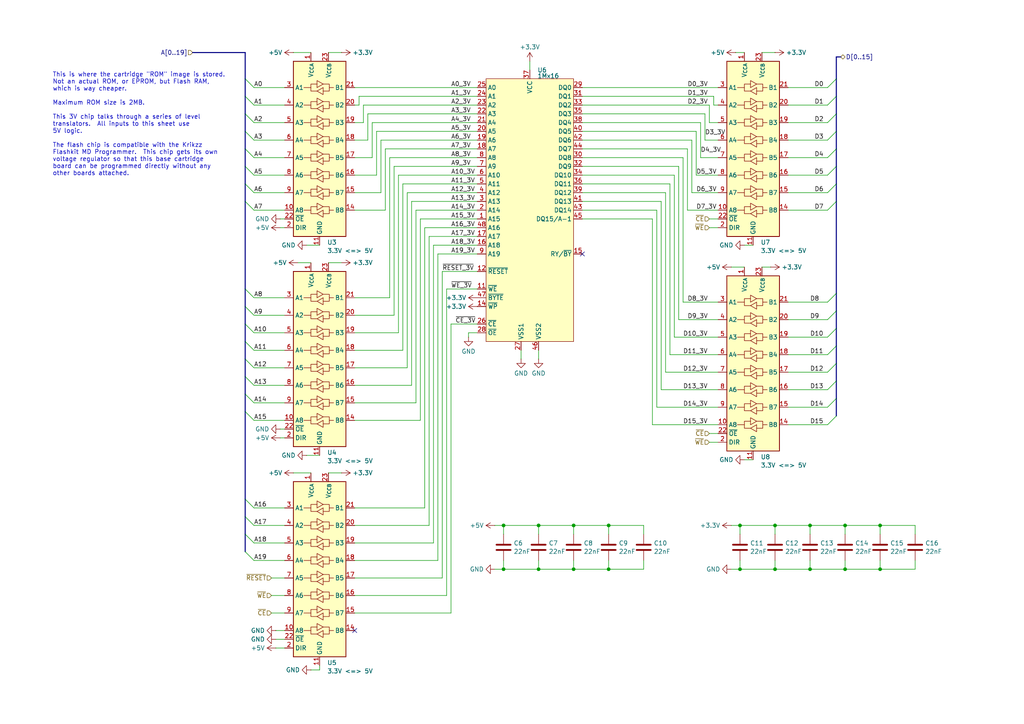
<source format=kicad_sch>
(kicad_sch (version 20231120) (generator "eeschema") (generator_version "8.0")
  (paper "A4")
  (title_block (title "Kinetoscope Flash chip and related support circuits"))
  (lib_symbols
    (symbol "Device:C" (pin_numbers hide) (pin_names (offset 0.254))
      (property "Reference" "C" (at 0.635 2.54 0))
      (property "Value" "C" (at 0.635 -2.54 0))
      (symbol "C_0_1"
        (polyline (pts (xy -2.032 -0.762) (xy 2.032 -0.762)) (stroke (width 0.508)))
        (polyline (pts (xy -2.032 0.762) (xy 2.032 0.762)) (stroke (width 0.508)))
      )
      (symbol "C_1_1"
        (pin passive line (at 0 3.81 270) (length 2.794) (name "~") (number "1"))
        (pin passive line (at 0 -3.81 90) (length 2.794) (name "~") (number "2"))
      )
    )
    (symbol "Logic_LevelTranslator:SN74LVC8T245"
      (property "Reference" "U" (at -6.35 27.94 0))
      (property "Value" "SN74LVC8T245" (at 3.81 27.94 0))
      (symbol "SN74LVC8T245_0_1"
        (rectangle (start -7.62 25.4) (end 7.62 -25.4) (stroke (width 0.254)) (fill (type background)))
        (polyline (pts (xy -2.54 -12.7) (xy -2.54 -11.684) (xy -0.762 -11.684)))
        (polyline (pts (xy -2.54 -2.54) (xy -2.54 -1.524) (xy -0.762 -1.524)))
        (polyline (pts (xy -2.54 7.62) (xy -2.54 8.636) (xy -0.762 8.636)))
        (polyline (pts (xy -2.54 17.78) (xy -2.54 18.796) (xy -0.762 18.796)))
        (polyline (pts (xy 2.794 -12.7) (xy 2.794 -13.716) (xy 1.016 -13.716)))
        (polyline (pts (xy 2.794 -2.54) (xy 2.794 -3.556) (xy 1.016 -3.556)))
        (polyline (pts (xy 2.794 7.62) (xy 2.794 6.604) (xy 1.016 6.604)))
        (polyline (pts (xy 2.794 17.78) (xy 2.794 16.764) (xy 1.016 16.764)))
        (polyline (pts (xy -0.762 -13.716) (xy -2.54 -13.716) (xy -2.54 -12.7) (xy -4.572 -12.7)))
        (polyline (pts (xy -0.762 -12.7) (xy -0.762 -10.668) (xy 1.016 -11.684) (xy -0.762 -12.7)))
        (polyline (pts (xy -0.762 -3.556) (xy -2.54 -3.556) (xy -2.54 -2.54) (xy -4.572 -2.54)))
        (polyline (pts (xy -0.762 -2.54) (xy -0.762 -0.508) (xy 1.016 -1.524) (xy -0.762 -2.54)))
        (polyline (pts (xy -0.762 6.604) (xy -2.54 6.604) (xy -2.54 7.62) (xy -4.572 7.62)))
        (polyline (pts (xy -0.762 7.62) (xy -0.762 9.652) (xy 1.016 8.636) (xy -0.762 7.62)))
        (polyline (pts (xy -0.762 16.764) (xy -2.54 16.764) (xy -2.54 17.78) (xy -4.572 17.78)))
        (polyline (pts (xy -0.762 17.78) (xy -0.762 19.812) (xy 1.016 18.796) (xy -0.762 17.78)))
        (polyline (pts (xy 1.016 -11.684) (xy 2.794 -11.684) (xy 2.794 -12.7) (xy 4.064 -12.7)))
        (polyline (pts (xy 1.016 -1.524) (xy 2.794 -1.524) (xy 2.794 -2.54) (xy 4.064 -2.54)))
        (polyline (pts (xy 1.016 8.636) (xy 2.794 8.636) (xy 2.794 7.62) (xy 4.064 7.62)))
        (polyline (pts (xy 1.016 18.796) (xy 2.794 18.796) (xy 2.794 17.78) (xy 4.064 17.78)))
        (polyline (pts (xy 1.016 -17.78) (xy 1.016 -19.558) (xy 1.016 -19.812) (xy -0.762 -18.796) (xy 1.016 -17.78)))
        (polyline (pts (xy 1.016 -12.7) (xy 1.016 -14.478) (xy 1.016 -14.732) (xy -0.762 -13.716) (xy 1.016 -12.7)))
        (polyline (pts (xy 1.016 -2.54) (xy 1.016 -4.318) (xy 1.016 -4.572) (xy -0.762 -3.556) (xy 1.016 -2.54)))
        (polyline (pts (xy 1.016 2.54) (xy 1.016 0.762) (xy 1.016 0.508) (xy -0.762 1.524) (xy 1.016 2.54)))
        (polyline (pts (xy 1.016 7.62) (xy 1.016 5.842) (xy 1.016 5.588) (xy -0.762 6.604) (xy 1.016 7.62)))
        (polyline (pts (xy 1.016 17.78) (xy 1.016 16.002) (xy 1.016 15.748) (xy -0.762 16.764) (xy 1.016 17.78)))
      )
      (symbol "SN74LVC8T245_1_1"
        (polyline (pts (xy -2.54 -17.78) (xy -2.54 -16.764) (xy -0.762 -16.764)))
        (polyline (pts (xy -2.54 -7.62) (xy -2.54 -6.604) (xy -0.762 -6.604)))
        (polyline (pts (xy -2.54 2.54) (xy -2.54 3.556) (xy -0.762 3.556)))
        (polyline (pts (xy -2.54 12.7) (xy -2.54 13.716) (xy -0.762 13.716)))
        (polyline (pts (xy 2.794 -17.78) (xy 2.794 -18.796) (xy 1.016 -18.796)))
        (polyline (pts (xy 2.794 -7.62) (xy 2.794 -8.636) (xy 1.016 -8.636)))
        (polyline (pts (xy 2.794 2.54) (xy 2.794 1.524) (xy 1.016 1.524)))
        (polyline (pts (xy 2.794 12.7) (xy 2.794 11.684) (xy 1.016 11.684)))
        (polyline (pts (xy -0.762 -18.796) (xy -2.54 -18.796) (xy -2.54 -17.78) (xy -4.572 -17.78)))
        (polyline (pts (xy -0.762 -17.78) (xy -0.762 -15.748) (xy 1.016 -16.764) (xy -0.762 -17.78)))
        (polyline (pts (xy -0.762 -8.636) (xy -2.54 -8.636) (xy -2.54 -7.62) (xy -4.572 -7.62)))
        (polyline (pts (xy -0.762 -7.62) (xy -0.762 -5.588) (xy 1.016 -6.604) (xy -0.762 -7.62)))
        (polyline (pts (xy -0.762 1.524) (xy -2.54 1.524) (xy -2.54 2.54) (xy -4.572 2.54)))
        (polyline (pts (xy -0.762 2.54) (xy -0.762 4.572) (xy 1.016 3.556) (xy -0.762 2.54)))
        (polyline (pts (xy -0.762 11.684) (xy -2.54 11.684) (xy -2.54 12.7) (xy -4.572 12.7)))
        (polyline (pts (xy -0.762 12.7) (xy -0.762 14.732) (xy 1.016 13.716) (xy -0.762 12.7)))
        (polyline (pts (xy 1.016 -16.764) (xy 2.794 -16.764) (xy 2.794 -17.78) (xy 4.064 -17.78)))
        (polyline (pts (xy 1.016 -6.604) (xy 2.794 -6.604) (xy 2.794 -7.62) (xy 4.064 -7.62)))
        (polyline (pts (xy 1.016 3.556) (xy 2.794 3.556) (xy 2.794 2.54) (xy 4.064 2.54)))
        (polyline (pts (xy 1.016 13.716) (xy 2.794 13.716) (xy 2.794 12.7) (xy 4.064 12.7)))
        (polyline (pts (xy 1.016 -7.62) (xy 1.016 -9.398) (xy 1.016 -9.652) (xy -0.762 -8.636) (xy 1.016 -7.62)))
        (polyline (pts (xy 1.016 12.7) (xy 1.016 10.922) (xy 1.016 10.668) (xy -0.762 11.684) (xy 1.016 12.7)))
        (pin power_in line (at -2.54 27.94 270) (length 2.54) (name "V_{CCA}") (number "1"))
        (pin bidirectional line (at -10.16 -17.78 0) (length 2.54) (name "A8") (number "10"))
        (pin power_in line (at 0 -27.94 90) (length 2.54) (name "GND") (number "11"))
        (pin passive line (at 0 -27.94 90) (length 2.54) hide (name "GND") (number "12"))
        (pin passive line (at 0 -27.94 90) (length 2.54) hide (name "GND") (number "13"))
        (pin bidirectional line (at 10.16 -17.78 180) (length 2.54) (name "B8") (number "14"))
        (pin bidirectional line (at 10.16 -12.7 180) (length 2.54) (name "B7") (number "15"))
        (pin bidirectional line (at 10.16 -7.62 180) (length 2.54) (name "B6") (number "16"))
        (pin bidirectional line (at 10.16 -2.54 180) (length 2.54) (name "B5") (number "17"))
        (pin bidirectional line (at 10.16 2.54 180) (length 2.54) (name "B4") (number "18"))
        (pin bidirectional line (at 10.16 7.62 180) (length 2.54) (name "B3") (number "19"))
        (pin input line (at -10.16 -22.86 0) (length 2.54) (name "DIR") (number "2"))
        (pin bidirectional line (at 10.16 12.7 180) (length 2.54) (name "B2") (number "20"))
        (pin bidirectional line (at 10.16 17.78 180) (length 2.54) (name "B1") (number "21"))
        (pin input line (at -10.16 -20.32 0) (length 2.54) (name "~{OE}") (number "22"))
        (pin power_in line (at 2.54 27.94 270) (length 2.54) (name "V_{CCB}") (number "23"))
        (pin passive line (at 2.54 27.94 270) (length 2.54) hide (name "V_{CCB}") (number "24"))
        (pin bidirectional line (at -10.16 17.78 0) (length 2.54) (name "A1") (number "3"))
        (pin bidirectional line (at -10.16 12.7 0) (length 2.54) (name "A2") (number "4"))
        (pin bidirectional line (at -10.16 7.62 0) (length 2.54) (name "A3") (number "5"))
        (pin bidirectional line (at -10.16 2.54 0) (length 2.54) (name "A4") (number "6"))
        (pin bidirectional line (at -10.16 -2.54 0) (length 2.54) (name "A5") (number "7"))
        (pin bidirectional line (at -10.16 -7.62 0) (length 2.54) (name "A6") (number "8"))
        (pin bidirectional line (at -10.16 -12.7 0) (length 2.54) (name "A7") (number "9"))
      )
    )
    (symbol "S29AL016J55TFIR20:S29AL016J55TFIR20"
      (property "Reference" "U" (at -8.89 1.27 0))
      (symbol "S29AL016J55TFIR20_1_0"
        (rectangle (start -12.7 0) (end 12.7 -76.2) (fill (type background)))
      )
      (symbol "S29AL016J55TFIR20_1_1"
        (pin input line (at -15.24 -40.64 0) (length 2.54) (name "A15") (number "1"))
        (pin input line (at -15.24 -60.96 0) (length 2.54) (name "~{WE}") (number "11"))
        (pin input line (at -15.24 -55.88 0) (length 2.54) (name "~{RESET}") (number "12"))
        (pin input line (at -15.24 -66.04 0) (length 2.54) (name "~{WP}") (number "14"))
        (pin output line (at 15.24 -50.8 180) (length 2.54) (name "RY/~{BY}") (number "15"))
        (pin input line (at -15.24 -48.26 0) (length 2.54) (name "A18") (number "16"))
        (pin input line (at -15.24 -45.72 0) (length 2.54) (name "A17") (number "17"))
        (pin input line (at -15.24 -20.32 0) (length 2.54) (name "A7") (number "18"))
        (pin input line (at -15.24 -17.78 0) (length 2.54) (name "A6") (number "19"))
        (pin input line (at -15.24 -38.1 0) (length 2.54) (name "A14") (number "2"))
        (pin input line (at -15.24 -15.24 0) (length 2.54) (name "A5") (number "20"))
        (pin input line (at -15.24 -12.7 0) (length 2.54) (name "A4") (number "21"))
        (pin input line (at -15.24 -10.16 0) (length 2.54) (name "A3") (number "22"))
        (pin input line (at -15.24 -7.62 0) (length 2.54) (name "A2") (number "23"))
        (pin input line (at -15.24 -5.08 0) (length 2.54) (name "A1") (number "24"))
        (pin input line (at -15.24 -2.54 0) (length 2.54) (name "A0") (number "25"))
        (pin input line (at -15.24 -71.12 0) (length 2.54) (name "~{CE}") (number "26"))
        (pin power_in line (at -2.54 -78.74 90) (length 2.54) (name "VSS1") (number "27"))
        (pin input line (at -15.24 -73.66 0) (length 2.54) (name "~{OE}") (number "28"))
        (pin bidirectional line (at 15.24 -2.54 180) (length 2.54) (name "DQ0") (number "29"))
        (pin input line (at -15.24 -35.56 0) (length 2.54) (name "A13") (number "3"))
        (pin bidirectional line (at 15.24 -22.86 180) (length 2.54) (name "DQ8") (number "30"))
        (pin bidirectional line (at 15.24 -5.08 180) (length 2.54) (name "DQ1") (number "31"))
        (pin bidirectional line (at 15.24 -25.4 180) (length 2.54) (name "DQ9") (number "32"))
        (pin bidirectional line (at 15.24 -7.62 180) (length 2.54) (name "DQ2") (number "33"))
        (pin bidirectional line (at 15.24 -27.94 180) (length 2.54) (name "DQ10") (number "34"))
        (pin bidirectional line (at 15.24 -10.16 180) (length 2.54) (name "DQ3") (number "35"))
        (pin bidirectional line (at 15.24 -30.48 180) (length 2.54) (name "DQ11") (number "36"))
        (pin power_in line (at 0 2.54 270) (length 2.54) (name "VCC") (number "37"))
        (pin bidirectional line (at 15.24 -12.7 180) (length 2.54) (name "DQ4") (number "38"))
        (pin bidirectional line (at 15.24 -33.02 180) (length 2.54) (name "DQ12") (number "39"))
        (pin input line (at -15.24 -33.02 0) (length 2.54) (name "A12") (number "4"))
        (pin bidirectional line (at 15.24 -15.24 180) (length 2.54) (name "DQ5") (number "40"))
        (pin bidirectional line (at 15.24 -35.56 180) (length 2.54) (name "DQ13") (number "41"))
        (pin bidirectional line (at 15.24 -17.78 180) (length 2.54) (name "DQ6") (number "42"))
        (pin bidirectional line (at 15.24 -38.1 180) (length 2.54) (name "DQ14") (number "43"))
        (pin bidirectional line (at 15.24 -20.32 180) (length 2.54) (name "DQ7") (number "44"))
        (pin bidirectional line (at 15.24 -40.64 180) (length 2.54) (name "DQ15/A-1") (number "45"))
        (pin power_in line (at 2.54 -78.74 90) (length 2.54) (name "VSS2") (number "46"))
        (pin input line (at -15.24 -63.5 0) (length 2.54) (name "~{BYTE}") (number "47"))
        (pin input line (at -15.24 -43.18 0) (length 2.54) (name "A16") (number "48"))
        (pin input line (at -15.24 -30.48 0) (length 2.54) (name "A11") (number "5"))
        (pin input line (at -15.24 -27.94 0) (length 2.54) (name "A10") (number "6"))
        (pin input line (at -15.24 -25.4 0) (length 2.54) (name "A9") (number "7"))
        (pin input line (at -15.24 -22.86 0) (length 2.54) (name "A8") (number "8"))
        (pin input line (at -15.24 -50.8 0) (length 2.54) (name "A19") (number "9"))
      )
    )
    (symbol "power:+3.3V" (power) (pin_numbers hide) (pin_names (offset 0) hide)
      (property "Value" "+3.3V" (at 0 3.556 0))
      (symbol "+3.3V_0_1"
        (polyline (pts (xy -0.762 1.27) (xy 0 2.54)))
        (polyline (pts (xy 0 0) (xy 0 2.54)))
        (polyline (pts (xy 0 2.54) (xy 0.762 1.27)))
      )
      (symbol "+3.3V_1_1"
        (pin power_in line (at 0 0 90) (length 0) (name "~") (number "1"))
      )
    )
    (symbol "power:+5V" (power) (pin_numbers hide) (pin_names (offset 0) hide)
      (property "Value" "+5V" (at 0 3.556 0))
      (symbol "+5V_0_1"
        (polyline (pts (xy -0.762 1.27) (xy 0 2.54)))
        (polyline (pts (xy 0 0) (xy 0 2.54)))
        (polyline (pts (xy 0 2.54) (xy 0.762 1.27)))
      )
      (symbol "+5V_1_1"
        (pin power_in line (at 0 0 90) (length 0) (name "~") (number "1"))
      )
    )
    (symbol "power:GND" (power) (pin_numbers hide) (pin_names (offset 0) hide)
      (property "Value" "GND" (at 0 -3.81 0))
      (symbol "GND_0_1"
        (polyline (pts (xy 0 0) (xy 0 -1.27) (xy 1.27 -1.27) (xy 0 -2.54) (xy -1.27 -1.27) (xy 0 -1.27)))
      )
      (symbol "GND_1_1"
        (pin power_in line (at 0 0 270) (length 0) (name "~") (number "1"))
      )
    )
  )
  (junction (at 166.37 152.4))
  (junction (at 214.63 165.1))
  (junction (at 245.11 152.4))
  (junction (at 156.21 165.1))
  (junction (at 224.79 165.1))
  (junction (at 234.95 152.4))
  (junction (at 176.53 152.4))
  (junction (at 255.27 152.4))
  (junction (at 146.05 152.4))
  (junction (at 224.79 152.4))
  (junction (at 156.21 152.4))
  (junction (at 176.53 165.1))
  (junction (at 245.11 165.1))
  (junction (at 166.37 165.1))
  (junction (at 146.05 165.1))
  (junction (at 214.63 152.4))
  (junction (at 234.95 165.1))
  (junction (at 255.27 165.1))
  (no_connect (at 102.87 182.88))
  (no_connect (at 168.91 73.66))
  (bus_entry (at 242.57 58.42) (size -2.54 2.54))
  (bus_entry (at 242.57 27.94) (size -2.54 2.54))
  (bus_entry (at 242.57 120.65) (size -2.54 2.54))
  (bus_entry (at 71.12 88.9) (size 2.54 2.54))
  (bus_entry (at 242.57 48.26) (size -2.54 2.54))
  (bus_entry (at 71.12 53.34) (size 2.54 2.54))
  (bus_entry (at 71.12 38.1) (size 2.54 2.54))
  (bus_entry (at 71.12 160.02) (size 2.54 2.54))
  (bus_entry (at 71.12 114.3) (size 2.54 2.54))
  (bus_entry (at 71.12 58.42) (size 2.54 2.54))
  (bus_entry (at 71.12 27.94) (size 2.54 2.54))
  (bus_entry (at 71.12 104.14) (size 2.54 2.54))
  (bus_entry (at 242.57 95.25) (size -2.54 2.54))
  (bus_entry (at 71.12 109.22) (size 2.54 2.54))
  (bus_entry (at 242.57 110.49) (size -2.54 2.54))
  (bus_entry (at 71.12 119.38) (size 2.54 2.54))
  (bus_entry (at 71.12 93.98) (size 2.54 2.54))
  (bus_entry (at 71.12 154.94) (size 2.54 2.54))
  (bus_entry (at 71.12 83.82) (size 2.54 2.54))
  (bus_entry (at 71.12 99.06) (size 2.54 2.54))
  (bus_entry (at 71.12 48.26) (size 2.54 2.54))
  (bus_entry (at 242.57 100.33) (size -2.54 2.54))
  (bus_entry (at 242.57 33.02) (size -2.54 2.54))
  (bus_entry (at 242.57 22.86) (size -2.54 2.54))
  (bus_entry (at 71.12 22.86) (size 2.54 2.54))
  (bus_entry (at 71.12 144.78) (size 2.54 2.54))
  (bus_entry (at 71.12 33.02) (size 2.54 2.54))
  (bus_entry (at 242.57 115.57) (size -2.54 2.54))
  (bus_entry (at 242.57 38.1) (size -2.54 2.54))
  (bus_entry (at 242.57 90.17) (size -2.54 2.54))
  (bus_entry (at 242.57 43.18) (size -2.54 2.54))
  (bus_entry (at 242.57 53.34) (size -2.54 2.54))
  (bus_entry (at 242.57 85.09) (size -2.54 2.54))
  (bus_entry (at 71.12 149.86) (size 2.54 2.54))
  (bus_entry (at 71.12 43.18) (size 2.54 2.54))
  (bus_entry (at 242.57 105.41) (size -2.54 2.54))
  (bus (pts (xy 71.12 15.24) (xy 71.12 22.86)))
  (bus (pts (xy 55.88 15.24) (xy 71.12 15.24)))
  (wire (pts (xy 208.28 123.19) (xy 189.23 123.19)))
  (bus (pts (xy 71.12 83.82) (xy 71.12 88.9)))
  (wire (pts (xy 73.66 55.88) (xy 82.55 55.88)))
  (wire (pts (xy 110.49 55.88) (xy 102.87 55.88)))
  (wire (pts (xy 92.71 194.31) (xy 92.71 193.04)))
  (wire (pts (xy 105.41 35.56) (xy 105.41 30.48)))
  (wire (pts (xy 80.01 185.42) (xy 82.55 185.42)))
  (wire (pts (xy 102.87 86.36) (xy 113.03 86.36)))
  (wire (pts (xy 245.11 165.1) (xy 255.27 165.1)))
  (wire (pts (xy 208.28 87.63) (xy 198.12 87.63)))
  (wire (pts (xy 200.66 55.88) (xy 200.66 40.64)))
  (wire (pts (xy 73.66 152.4) (xy 82.55 152.4)))
  (wire (pts (xy 105.41 30.48) (xy 138.43 30.48)))
  (wire (pts (xy 128.27 167.64) (xy 128.27 78.74)))
  (wire (pts (xy 95.25 76.2) (xy 99.06 76.2)))
  (wire (pts (xy 215.9 71.12) (xy 218.44 71.12)))
  (wire (pts (xy 85.09 15.24) (xy 90.17 15.24)))
  (wire (pts (xy 168.91 48.26) (xy 196.85 48.26)))
  (wire (pts (xy 228.6 118.11) (xy 240.03 118.11)))
  (wire (pts (xy 228.6 50.8) (xy 240.03 50.8)))
  (wire (pts (xy 73.66 35.56) (xy 82.55 35.56)))
  (wire (pts (xy 95.25 15.24) (xy 99.06 15.24)))
  (wire (pts (xy 166.37 152.4) (xy 166.37 154.94)))
  (wire (pts (xy 168.91 25.4) (xy 208.28 25.4)))
  (wire (pts (xy 168.91 35.56) (xy 203.2 35.56)))
  (bus (pts (xy 243.84 16.51) (xy 242.57 16.51)))
  (wire (pts (xy 106.68 33.02) (xy 138.43 33.02)))
  (wire (pts (xy 82.55 182.88) (xy 80.01 182.88)))
  (wire (pts (xy 228.6 107.95) (xy 240.03 107.95)))
  (wire (pts (xy 102.87 121.92) (xy 121.92 121.92)))
  (wire (pts (xy 205.74 63.5) (xy 208.28 63.5)))
  (wire (pts (xy 228.6 102.87) (xy 240.03 102.87)))
  (wire (pts (xy 207.01 30.48) (xy 208.28 30.48)))
  (wire (pts (xy 168.91 33.02) (xy 204.47 33.02)))
  (wire (pts (xy 80.01 187.96) (xy 82.55 187.96)))
  (bus (pts (xy 71.12 38.1) (xy 71.12 43.18)))
  (bus (pts (xy 242.57 33.02) (xy 242.57 38.1)))
  (wire (pts (xy 168.91 50.8) (xy 195.58 50.8)))
  (bus (pts (xy 71.12 93.98) (xy 71.12 99.06)))
  (wire (pts (xy 193.04 107.95) (xy 208.28 107.95)))
  (wire (pts (xy 143.51 165.1) (xy 146.05 165.1)))
  (wire (pts (xy 205.74 30.48) (xy 205.74 35.56)))
  (bus (pts (xy 242.57 85.09) (xy 242.57 90.17)))
  (wire (pts (xy 201.93 38.1) (xy 201.93 50.8)))
  (bus (pts (xy 242.57 105.41) (xy 242.57 110.49)))
  (wire (pts (xy 106.68 33.02) (xy 106.68 40.64)))
  (wire (pts (xy 106.68 40.64) (xy 102.87 40.64)))
  (bus (pts (xy 242.57 38.1) (xy 242.57 43.18)))
  (bus (pts (xy 71.12 58.42) (xy 71.12 83.82)))
  (wire (pts (xy 73.66 147.32) (xy 82.55 147.32)))
  (wire (pts (xy 224.79 165.1) (xy 234.95 165.1)))
  (wire (pts (xy 214.63 162.56) (xy 214.63 165.1)))
  (wire (pts (xy 73.66 91.44) (xy 82.55 91.44)))
  (wire (pts (xy 168.91 55.88) (xy 193.04 55.88)))
  (wire (pts (xy 228.6 45.72) (xy 240.03 45.72)))
  (wire (pts (xy 107.95 45.72) (xy 102.87 45.72)))
  (wire (pts (xy 186.69 165.1) (xy 186.69 162.56)))
  (wire (pts (xy 208.28 102.87) (xy 194.31 102.87)))
  (wire (pts (xy 73.66 45.72) (xy 82.55 45.72)))
  (wire (pts (xy 125.73 157.48) (xy 102.87 157.48)))
  (bus (pts (xy 242.57 58.42) (xy 242.57 85.09)))
  (wire (pts (xy 196.85 48.26) (xy 196.85 92.71)))
  (wire (pts (xy 73.66 111.76) (xy 82.55 111.76)))
  (wire (pts (xy 228.6 60.96) (xy 240.03 60.96)))
  (wire (pts (xy 123.19 147.32) (xy 102.87 147.32)))
  (wire (pts (xy 120.65 60.96) (xy 138.43 60.96)))
  (wire (pts (xy 168.91 27.94) (xy 207.01 27.94)))
  (wire (pts (xy 73.66 50.8) (xy 82.55 50.8)))
  (wire (pts (xy 127 73.66) (xy 138.43 73.66)))
  (wire (pts (xy 119.38 58.42) (xy 119.38 111.76)))
  (wire (pts (xy 88.9 132.08) (xy 92.71 132.08)))
  (wire (pts (xy 86.36 76.2) (xy 90.17 76.2)))
  (wire (pts (xy 166.37 152.4) (xy 176.53 152.4)))
  (wire (pts (xy 73.66 60.96) (xy 82.55 60.96)))
  (wire (pts (xy 102.87 177.8) (xy 130.81 177.8)))
  (wire (pts (xy 228.6 113.03) (xy 240.03 113.03)))
  (bus (pts (xy 242.57 27.94) (xy 242.57 33.02)))
  (wire (pts (xy 88.9 71.12) (xy 92.71 71.12)))
  (wire (pts (xy 120.65 60.96) (xy 120.65 116.84)))
  (wire (pts (xy 156.21 165.1) (xy 156.21 162.56)))
  (wire (pts (xy 102.87 152.4) (xy 124.46 152.4)))
  (wire (pts (xy 85.09 137.16) (xy 90.17 137.16)))
  (wire (pts (xy 118.11 55.88) (xy 138.43 55.88)))
  (wire (pts (xy 114.3 48.26) (xy 114.3 91.44)))
  (wire (pts (xy 102.87 101.6) (xy 116.84 101.6)))
  (wire (pts (xy 115.57 50.8) (xy 115.57 96.52)))
  (wire (pts (xy 121.92 63.5) (xy 138.43 63.5)))
  (wire (pts (xy 208.28 55.88) (xy 200.66 55.88)))
  (wire (pts (xy 128.27 78.74) (xy 138.43 78.74)))
  (wire (pts (xy 212.09 152.4) (xy 214.63 152.4)))
  (wire (pts (xy 156.21 152.4) (xy 156.21 154.94)))
  (wire (pts (xy 205.74 66.04) (xy 208.28 66.04)))
  (wire (pts (xy 214.63 165.1) (xy 224.79 165.1)))
  (wire (pts (xy 119.38 58.42) (xy 138.43 58.42)))
  (wire (pts (xy 194.31 53.34) (xy 168.91 53.34)))
  (wire (pts (xy 213.36 15.24) (xy 215.9 15.24)))
  (wire (pts (xy 166.37 165.1) (xy 166.37 162.56)))
  (wire (pts (xy 104.14 30.48) (xy 102.87 30.48)))
  (wire (pts (xy 224.79 152.4) (xy 234.95 152.4)))
  (bus (pts (xy 242.57 48.26) (xy 242.57 53.34)))
  (wire (pts (xy 195.58 50.8) (xy 195.58 97.79)))
  (wire (pts (xy 255.27 165.1) (xy 265.43 165.1)))
  (wire (pts (xy 234.95 152.4) (xy 234.95 154.94)))
  (wire (pts (xy 95.25 137.16) (xy 99.06 137.16)))
  (wire (pts (xy 228.6 55.88) (xy 240.03 55.88)))
  (wire (pts (xy 212.09 77.47) (xy 215.9 77.47)))
  (wire (pts (xy 255.27 152.4) (xy 265.43 152.4)))
  (wire (pts (xy 102.87 91.44) (xy 114.3 91.44)))
  (wire (pts (xy 189.23 63.5) (xy 168.91 63.5)))
  (wire (pts (xy 234.95 165.1) (xy 245.11 165.1)))
  (wire (pts (xy 207.01 27.94) (xy 207.01 30.48)))
  (wire (pts (xy 156.21 152.4) (xy 166.37 152.4)))
  (wire (pts (xy 204.47 40.64) (xy 208.28 40.64)))
  (wire (pts (xy 265.43 165.1) (xy 265.43 162.56)))
  (bus (pts (xy 71.12 53.34) (xy 71.12 58.42)))
  (bus (pts (xy 71.12 114.3) (xy 71.12 119.38)))
  (wire (pts (xy 228.6 40.64) (xy 240.03 40.64)))
  (wire (pts (xy 104.14 27.94) (xy 138.43 27.94)))
  (wire (pts (xy 130.81 177.8) (xy 130.81 93.98)))
  (wire (pts (xy 156.21 165.1) (xy 166.37 165.1)))
  (wire (pts (xy 124.46 68.58) (xy 138.43 68.58)))
  (bus (pts (xy 242.57 22.86) (xy 242.57 27.94)))
  (wire (pts (xy 102.87 116.84) (xy 120.65 116.84)))
  (wire (pts (xy 111.76 60.96) (xy 111.76 43.18)))
  (wire (pts (xy 81.28 127) (xy 82.55 127)))
  (wire (pts (xy 168.91 38.1) (xy 201.93 38.1)))
  (wire (pts (xy 129.54 83.82) (xy 129.54 172.72)))
  (wire (pts (xy 102.87 35.56) (xy 105.41 35.56)))
  (wire (pts (xy 151.13 101.6) (xy 151.13 104.14)))
  (wire (pts (xy 73.66 101.6) (xy 82.55 101.6)))
  (wire (pts (xy 116.84 53.34) (xy 138.43 53.34)))
  (wire (pts (xy 193.04 55.88) (xy 193.04 107.95)))
  (bus (pts (xy 71.12 144.78) (xy 71.12 149.86)))
  (wire (pts (xy 245.11 165.1) (xy 245.11 162.56)))
  (wire (pts (xy 176.53 165.1) (xy 176.53 162.56)))
  (wire (pts (xy 73.66 30.48) (xy 82.55 30.48)))
  (bus (pts (xy 71.12 104.14) (xy 71.12 109.22)))
  (bus (pts (xy 71.12 43.18) (xy 71.12 48.26)))
  (wire (pts (xy 201.93 50.8) (xy 208.28 50.8)))
  (wire (pts (xy 146.05 152.4) (xy 146.05 154.94)))
  (wire (pts (xy 135.89 96.52) (xy 135.89 97.79)))
  (bus (pts (xy 71.12 109.22) (xy 71.12 114.3)))
  (wire (pts (xy 199.39 43.18) (xy 199.39 60.96)))
  (wire (pts (xy 146.05 152.4) (xy 156.21 152.4)))
  (wire (pts (xy 81.28 63.5) (xy 82.55 63.5)))
  (bus (pts (xy 71.12 154.94) (xy 71.12 160.02)))
  (wire (pts (xy 123.19 66.04) (xy 123.19 147.32)))
  (wire (pts (xy 198.12 45.72) (xy 168.91 45.72)))
  (wire (pts (xy 203.2 35.56) (xy 203.2 45.72)))
  (wire (pts (xy 124.46 68.58) (xy 124.46 152.4)))
  (wire (pts (xy 176.53 165.1) (xy 186.69 165.1)))
  (wire (pts (xy 109.22 50.8) (xy 109.22 38.1)))
  (wire (pts (xy 73.66 40.64) (xy 82.55 40.64)))
  (wire (pts (xy 204.47 33.02) (xy 204.47 40.64)))
  (bus (pts (xy 71.12 33.02) (xy 71.12 38.1)))
  (wire (pts (xy 220.98 77.47) (xy 223.52 77.47)))
  (bus (pts (xy 71.12 88.9) (xy 71.12 93.98)))
  (wire (pts (xy 102.87 167.64) (xy 128.27 167.64)))
  (wire (pts (xy 102.87 111.76) (xy 119.38 111.76)))
  (wire (pts (xy 90.17 194.31) (xy 92.71 194.31)))
  (wire (pts (xy 200.66 40.64) (xy 168.91 40.64)))
  (wire (pts (xy 214.63 152.4) (xy 214.63 154.94)))
  (wire (pts (xy 191.77 113.03) (xy 191.77 58.42)))
  (wire (pts (xy 228.6 25.4) (xy 240.03 25.4)))
  (wire (pts (xy 73.66 25.4) (xy 82.55 25.4)))
  (wire (pts (xy 190.5 118.11) (xy 208.28 118.11)))
  (wire (pts (xy 73.66 106.68) (xy 82.55 106.68)))
  (wire (pts (xy 199.39 60.96) (xy 208.28 60.96)))
  (wire (pts (xy 203.2 45.72) (xy 208.28 45.72)))
  (wire (pts (xy 125.73 71.12) (xy 138.43 71.12)))
  (bus (pts (xy 242.57 100.33) (xy 242.57 105.41)))
  (bus (pts (xy 71.12 48.26) (xy 71.12 53.34)))
  (wire (pts (xy 228.6 30.48) (xy 240.03 30.48)))
  (wire (pts (xy 224.79 152.4) (xy 224.79 154.94)))
  (wire (pts (xy 168.91 60.96) (xy 190.5 60.96)))
  (wire (pts (xy 73.66 121.92) (xy 82.55 121.92)))
  (wire (pts (xy 205.74 125.73) (xy 208.28 125.73)))
  (wire (pts (xy 224.79 165.1) (xy 224.79 162.56)))
  (wire (pts (xy 129.54 172.72) (xy 102.87 172.72)))
  (wire (pts (xy 166.37 165.1) (xy 176.53 165.1)))
  (wire (pts (xy 212.09 165.1) (xy 214.63 165.1)))
  (bus (pts (xy 71.12 99.06) (xy 71.12 104.14)))
  (wire (pts (xy 156.21 104.14) (xy 156.21 101.6)))
  (bus (pts (xy 71.12 149.86) (xy 71.12 154.94)))
  (wire (pts (xy 81.28 124.46) (xy 82.55 124.46)))
  (wire (pts (xy 146.05 165.1) (xy 156.21 165.1)))
  (wire (pts (xy 114.3 48.26) (xy 138.43 48.26)))
  (wire (pts (xy 81.28 66.04) (xy 82.55 66.04)))
  (wire (pts (xy 228.6 35.56) (xy 240.03 35.56)))
  (wire (pts (xy 265.43 152.4) (xy 265.43 154.94)))
  (wire (pts (xy 205.74 128.27) (xy 208.28 128.27)))
  (wire (pts (xy 245.11 152.4) (xy 255.27 152.4)))
  (wire (pts (xy 113.03 45.72) (xy 138.43 45.72)))
  (wire (pts (xy 118.11 106.68) (xy 102.87 106.68)))
  (wire (pts (xy 73.66 116.84) (xy 82.55 116.84)))
  (wire (pts (xy 196.85 92.71) (xy 208.28 92.71)))
  (wire (pts (xy 138.43 96.52) (xy 135.89 96.52)))
  (wire (pts (xy 121.92 63.5) (xy 121.92 121.92)))
  (wire (pts (xy 110.49 40.64) (xy 110.49 55.88)))
  (wire (pts (xy 228.6 123.19) (xy 240.03 123.19)))
  (wire (pts (xy 190.5 60.96) (xy 190.5 118.11)))
  (wire (pts (xy 168.91 43.18) (xy 199.39 43.18)))
  (bus (pts (xy 242.57 95.25) (xy 242.57 100.33)))
  (wire (pts (xy 73.66 86.36) (xy 82.55 86.36)))
  (wire (pts (xy 208.28 113.03) (xy 191.77 113.03)))
  (wire (pts (xy 205.74 35.56) (xy 208.28 35.56)))
  (bus (pts (xy 242.57 90.17) (xy 242.57 95.25)))
  (bus (pts (xy 71.12 22.86) (xy 71.12 27.94)))
  (wire (pts (xy 116.84 53.34) (xy 116.84 101.6)))
  (wire (pts (xy 191.77 58.42) (xy 168.91 58.42)))
  (wire (pts (xy 127 73.66) (xy 127 162.56)))
  (wire (pts (xy 186.69 152.4) (xy 186.69 154.94)))
  (bus (pts (xy 242.57 53.34) (xy 242.57 58.42)))
  (wire (pts (xy 118.11 55.88) (xy 118.11 106.68)))
  (wire (pts (xy 78.74 167.64) (xy 82.55 167.64)))
  (bus (pts (xy 71.12 119.38) (xy 71.12 144.78)))
  (wire (pts (xy 107.95 35.56) (xy 107.95 45.72)))
  (bus (pts (xy 242.57 43.18) (xy 242.57 48.26)))
  (wire (pts (xy 143.51 152.4) (xy 146.05 152.4)))
  (wire (pts (xy 195.58 97.79) (xy 208.28 97.79)))
  (wire (pts (xy 73.66 96.52) (xy 82.55 96.52)))
  (wire (pts (xy 73.66 157.48) (xy 82.55 157.48)))
  (wire (pts (xy 255.27 165.1) (xy 255.27 162.56)))
  (wire (pts (xy 109.22 38.1) (xy 138.43 38.1)))
  (wire (pts (xy 176.53 152.4) (xy 176.53 154.94)))
  (wire (pts (xy 176.53 152.4) (xy 186.69 152.4)))
  (wire (pts (xy 78.74 177.8) (xy 82.55 177.8)))
  (wire (pts (xy 228.6 92.71) (xy 240.03 92.71)))
  (wire (pts (xy 214.63 152.4) (xy 224.79 152.4)))
  (bus (pts (xy 71.12 27.94) (xy 71.12 33.02)))
  (wire (pts (xy 215.9 133.35) (xy 218.44 133.35)))
  (wire (pts (xy 194.31 102.87) (xy 194.31 53.34)))
  (wire (pts (xy 189.23 123.19) (xy 189.23 63.5)))
  (wire (pts (xy 168.91 30.48) (xy 205.74 30.48)))
  (wire (pts (xy 228.6 87.63) (xy 240.03 87.63)))
  (wire (pts (xy 125.73 71.12) (xy 125.73 157.48)))
  (wire (pts (xy 107.95 35.56) (xy 138.43 35.56)))
  (wire (pts (xy 245.11 152.4) (xy 245.11 154.94)))
  (wire (pts (xy 113.03 86.36) (xy 113.03 45.72)))
  (wire (pts (xy 104.14 27.94) (xy 104.14 30.48)))
  (wire (pts (xy 115.57 50.8) (xy 138.43 50.8)))
  (wire (pts (xy 73.66 162.56) (xy 82.55 162.56)))
  (wire (pts (xy 78.74 172.72) (xy 82.55 172.72)))
  (wire (pts (xy 234.95 165.1) (xy 234.95 162.56)))
  (wire (pts (xy 123.19 66.04) (xy 138.43 66.04)))
  (wire (pts (xy 130.81 93.98) (xy 138.43 93.98)))
  (wire (pts (xy 138.43 83.82) (xy 129.54 83.82)))
  (wire (pts (xy 234.95 152.4) (xy 245.11 152.4)))
  (wire (pts (xy 102.87 50.8) (xy 109.22 50.8)))
  (bus (pts (xy 242.57 16.51) (xy 242.57 22.86)))
  (wire (pts (xy 228.6 97.79) (xy 240.03 97.79)))
  (bus (pts (xy 242.57 110.49) (xy 242.57 115.57)))
  (wire (pts (xy 220.98 15.24) (xy 224.79 15.24)))
  (wire (pts (xy 153.67 17.78) (xy 153.67 20.32)))
  (wire (pts (xy 198.12 87.63) (xy 198.12 45.72)))
  (wire (pts (xy 110.49 40.64) (xy 138.43 40.64)))
  (wire (pts (xy 102.87 25.4) (xy 138.43 25.4)))
  (wire (pts (xy 102.87 60.96) (xy 111.76 60.96)))
  (wire (pts (xy 146.05 162.56) (xy 146.05 165.1)))
  (bus (pts (xy 242.57 115.57) (xy 242.57 120.65)))
  (wire (pts (xy 102.87 162.56) (xy 127 162.56)))
  (wire (pts (xy 111.76 43.18) (xy 138.43 43.18)))
  (wire (pts (xy 115.57 96.52) (xy 102.87 96.52)))
  (wire (pts (xy 255.27 152.4) (xy 255.27 154.94)))
  (text "This is where the cartridge \"ROM\" image is stored.\nNot an actual ROM, or EPROM, but Flash RAM,\nwhich is way cheaper.\n\nMaximum ROM size is 2MB.\n\nThis 3V chip talks through a series of level\ntranslators.  All inputs to this sheet use\n5V logic.\n\nThe flash chip is compatible with the Krikzz\nFlashkit MD Programmer.  This chip gets its own\nvoltage regulator so that this base cartridge\nboard can be programmed directly without any\nother boards attached." (at 15.24 36.068 0) (effects (font (size 1.27 1.27)) (justify left)))
  (label "A19" (at 73.66 162.56 0))
  (label "D3_3V" (at 204.47 39.37 0))
  (label "D8_3V" (at 199.39 87.63 0))
  (label "D14_3V" (at 198.12 118.11 0))
  (label "A6_3V" (at 130.81 40.64 0))
  (label "A13" (at 73.66 111.76 0))
  (label "A2_3V" (at 130.81 30.48 0))
  (label "D6_3V" (at 201.93 55.88 0))
  (label "A14_3V" (at 130.81 60.96 0))
  (label "A9_3V" (at 130.81 48.26 0))
  (label "D12_3V" (at 198.12 107.95 0))
  (label "A10" (at 73.66 96.52 0))
  (label "A13_3V" (at 130.81 58.42 0))
  (label "D11" (at 234.95 102.87 0))
  (label "D4_3V" (at 203.2 44.45 0))
  (label "D14" (at 234.95 118.11 0))
  (label "A1" (at 73.66 30.48 0))
  (label "D9_3V" (at 199.39 92.71 0))
  (label "D15" (at 234.95 123.19 0))
  (label "D6" (at 236.22 55.88 0))
  (label "D7" (at 236.22 60.96 0))
  (label "A3" (at 73.66 40.64 0))
  (label "A17" (at 73.66 152.4 0))
  (label "D3" (at 236.22 40.64 0))
  (label "A17_3V" (at 130.81 68.58 0))
  (label "D0" (at 236.22 25.4 0))
  (label "D12" (at 234.95 107.95 0))
  (label "A0_3V" (at 130.81 25.4 0))
  (label "D11_3V" (at 198.12 102.87 0))
  (label "A14" (at 73.66 116.84 0))
  (label "D5_3V" (at 201.93 50.8 0))
  (label "A8" (at 73.66 86.36 0))
  (label "A3_3V" (at 130.81 33.02 0))
  (label "A5" (at 73.66 50.8 0))
  (label "A6" (at 73.66 55.88 0))
  (label "D4" (at 236.22 45.72 0))
  (label "A12_3V" (at 130.81 55.88 0))
  (label "D2_3V" (at 199.39 30.48 0))
  (label "A9" (at 73.66 91.44 0))
  (label "D8" (at 234.95 87.63 0))
  (label "A15" (at 73.66 121.92 0))
  (label "D10_3V" (at 198.12 97.79 0))
  (label "D5" (at 236.22 50.8 0))
  (label "D7_3V" (at 201.93 60.96 0))
  (label "A18" (at 73.66 157.48 0))
  (label "A11" (at 73.66 101.6 0))
  (label "~{RESET_3V}" (at 128.27 78.74 0))
  (label "D15_3V" (at 198.12 123.19 0))
  (label "D13_3V" (at 198.12 113.03 0))
  (label "A2" (at 73.66 35.56 0))
  (label "A5_3V" (at 130.81 38.1 0))
  (label "~{CE_3V}" (at 132.08 93.98 0))
  (label "A7_3V" (at 130.81 43.18 0))
  (label "A16_3V" (at 130.81 66.04 0))
  (label "D2" (at 236.22 35.56 0))
  (label "A15_3V" (at 130.81 63.5 0))
  (label "A1_3V" (at 130.81 27.94 0))
  (label "A10_3V" (at 130.81 50.8 0))
  (label "A16" (at 73.66 147.32 0))
  (label "D13" (at 234.95 113.03 0))
  (label "A19_3V" (at 130.81 73.66 0))
  (label "A18_3V" (at 130.81 71.12 0))
  (label "A4" (at 73.66 45.72 0))
  (label "A7" (at 73.66 60.96 0))
  (label "A4_3V" (at 130.81 35.56 0))
  (label "D10" (at 234.95 97.79 0))
  (label "~{WE_3V}" (at 130.81 83.82 0))
  (label "D9" (at 234.95 92.71 0))
  (label "A11_3V" (at 130.81 53.34 0))
  (label "A0" (at 73.66 25.4 0))
  (label "D1_3V" (at 199.39 27.94 0))
  (label "A12" (at 73.66 106.68 0))
  (label "D0_3V" (at 199.39 25.4 0))
  (label "A8_3V" (at 130.81 45.72 0))
  (label "D1" (at 236.22 30.48 0))
  (hierarchical_label "~{CE}" (shape input) (at 78.74 177.8 180))
  (hierarchical_label "~{CE}" (shape input) (at 205.74 63.5 180))
  (hierarchical_label "~{CE}" (shape input) (at 205.74 125.73 180))
  (hierarchical_label "A[0..19]" (shape input) (at 55.88 15.24 180))
  (hierarchical_label "~{RESET}" (shape input) (at 78.74 167.64 180))
  (hierarchical_label "~{WE}" (shape input) (at 205.74 128.27 180))
  (hierarchical_label "~{WE}" (shape input) (at 78.74 172.72 180))
  (hierarchical_label "D[0..15]" (shape bidirectional) (at 243.84 16.51 0))
  (hierarchical_label "~{WE}" (shape input) (at 205.74 66.04 180))
  (symbol (lib_id "power:GND") (at 81.28 124.46 270) (unit 1)
    (property "Reference" "#PWR034" (effects (hide yes)))
    (property "Value" "GND" (at 78.1051 124.46 90) (effects (justify right)))
    (property "Description" "Power symbol creates a global label with name \"GND\" , ground" (effects (hide yes)))
  )
  (symbol (lib_id "power:+3.3V") (at 223.52 77.47 270) (unit 1)
    (property "Reference" "#PWR027" (effects (hide yes)))
    (property "Value" "+3.3V" (at 226.695 77.47 90) (effects (justify left)))
    (property "Description" "Power symbol creates a global label with name \"+3.3V\"" (effects (hide yes)))
  )
  (symbol (lib_id "Device:C") (at 224.79 158.75 0) (unit 1)
    (property "Reference" "C12" (at 227.711 157.5378 0) (effects (justify left)))
    (property "Value" "22nF" (at 227.711 159.9621 0) (effects (justify left)))
    (property "Footprint" "Capacitor_SMD:C_0603_1608Metric" (effects (hide yes)))
    (property "Datasheet" "https://www.mouser.com/datasheet/2/447/KEM_C1002_X7R_SMD-3316098.pdf" (effects (hide yes)))
    (property "Description" "Unpolarized capacitor" (effects (hide yes)))
    (property "Mouser Part Number" "80-C0603C223K4R" (effects (hide yes)))
    (property "Part Number" "C0603C223K4RACTU" (effects (hide yes)))
    (property "JLCPCB Part Number" "CL10B223KB8NNNC" (effects (hide yes)))
  )
  (symbol (lib_id "power:+5V") (at 143.51 152.4 90) (unit 1)
    (property "Reference" "#PWR053" (effects (hide yes)))
    (property "Value" "+5V" (at 140.3351 152.4 90) (effects (justify left)))
    (property "Description" "Power symbol creates a global label with name \"+5V\"" (effects (hide yes)))
  )
  (symbol (lib_id "power:GND") (at 88.9 71.12 270) (unit 1)
    (property "Reference" "#PWR019" (effects (hide yes)))
    (property "Value" "GND" (at 85.7251 71.12 90) (effects (justify right)))
    (property "Description" "Power symbol creates a global label with name \"GND\" , ground" (effects (hide yes)))
  )
  (symbol (lib_id "Logic_LevelTranslator:SN74LVC8T245") (at 218.44 105.41 0) (unit 1)
    (property "Reference" "U8" (at 220.6341 132.5301 0) (effects (justify left)))
    (property "Value" "3.3V <=> 5V" (at 220.6341 134.9544 0) (effects (justify left)))
    (property "Footprint" "Package_SO:SSOP-24_5.3x8.2mm_P0.65mm" (effects (hide yes)))
    (property "Datasheet" "https://www.ti.com/lit/ds/symlink/sn74lvc8t245.pdf" (effects (hide yes)))
    (property "Description" "8-Bit Dual-Supply Bus Transceiver With Configurable Voltage Translation and 3-State Outputs" (effects (hide yes)))
    (property "Mouser Part Number" "595-SN74LVC8T245DBR" (effects (hide yes)))
    (property "Part Number" "SN74LVC8T245DBR" (effects (hide yes)))
    (property "JLCPCB Part Number" "C19197" (effects (hide yes)))
  )
  (symbol (lib_id "power:+5V") (at 85.09 15.24 90) (unit 1)
    (property "Reference" "#PWR021" (effects (hide yes)))
    (property "Value" "+5V" (at 81.9151 15.24 90) (effects (justify left)))
    (property "Description" "Power symbol creates a global label with name \"+5V\"" (effects (hide yes)))
  )
  (symbol (lib_id "power:+5V") (at 81.28 127 90) (unit 1)
    (property "Reference" "#PWR035" (effects (hide yes)))
    (property "Value" "+5V" (at 78.1051 127 90) (effects (justify left)))
    (property "Description" "Power symbol creates a global label with name \"+5V\"" (effects (hide yes)))
  )
  (symbol (lib_id "power:+5V") (at 80.01 187.96 90) (unit 1)
    (property "Reference" "#PWR09" (effects (hide yes)))
    (property "Value" "+5V" (at 76.8351 187.96 90) (effects (justify left)))
    (property "Description" "Power symbol creates a global label with name \"+5V\"" (effects (hide yes)))
  )
  (symbol (lib_id "power:+5V") (at 212.09 77.47 90) (unit 1)
    (property "Reference" "#PWR026" (effects (hide yes)))
    (property "Value" "+5V" (at 208.9151 77.47 90) (effects (justify left)))
    (property "Description" "Power symbol creates a global label with name \"+5V\"" (effects (hide yes)))
  )
  (symbol (lib_id "power:+5V") (at 213.36 15.24 90) (unit 1)
    (property "Reference" "#PWR025" (effects (hide yes)))
    (property "Value" "+5V" (at 210.1851 15.24 90) (effects (justify left)))
    (property "Description" "Power symbol creates a global label with name \"+5V\"" (effects (hide yes)))
  )
  (symbol (lib_id "Device:C") (at 214.63 158.75 0) (unit 1)
    (property "Reference" "C11" (at 217.551 157.5378 0) (effects (justify left)))
    (property "Value" "22nF" (at 217.551 159.9621 0) (effects (justify left)))
    (property "Footprint" "Capacitor_SMD:C_0603_1608Metric" (effects (hide yes)))
    (property "Datasheet" "https://www.mouser.com/datasheet/2/447/KEM_C1002_X7R_SMD-3316098.pdf" (effects (hide yes)))
    (property "Description" "Unpolarized capacitor" (effects (hide yes)))
    (property "Mouser Part Number" "80-C0603C223K4R" (effects (hide yes)))
    (property "Part Number" "C0603C223K4RACTU" (effects (hide yes)))
    (property "JLCPCB Part Number" "CL10B223KB8NNNC" (effects (hide yes)))
  )
  (symbol (lib_id "power:+3.3V") (at 224.79 15.24 270) (unit 1)
    (property "Reference" "#PWR028" (effects (hide yes)))
    (property "Value" "+3.3V" (at 227.965 15.24 90) (effects (justify left)))
    (property "Description" "Power symbol creates a global label with name \"+3.3V\"" (effects (hide yes)))
  )
  (symbol (lib_id "power:GND") (at 81.28 63.5 270) (unit 1)
    (property "Reference" "#PWR037" (effects (hide yes)))
    (property "Value" "GND" (at 78.1051 63.5 90) (effects (justify right)))
    (property "Description" "Power symbol creates a global label with name \"GND\" , ground" (effects (hide yes)))
  )
  (symbol (lib_id "power:GND") (at 90.17 194.31 270) (unit 1)
    (property "Reference" "#PWR010" (effects (hide yes)))
    (property "Value" "GND" (at 86.9951 194.31 90) (effects (justify right)))
    (property "Description" "Power symbol creates a global label with name \"GND\" , ground" (effects (hide yes)))
  )
  (symbol (lib_id "power:+3.3V") (at 99.06 15.24 270) (unit 1)
    (property "Reference" "#PWR033" (effects (hide yes)))
    (property "Value" "+3.3V" (at 102.235 15.24 90) (effects (justify left)))
    (property "Description" "Power symbol creates a global label with name \"+3.3V\"" (effects (hide yes)))
  )
  (symbol (lib_id "Device:C") (at 166.37 158.75 0) (unit 1)
    (property "Reference" "C8" (at 169.291 157.5378 0) (effects (justify left)))
    (property "Value" "22nF" (at 169.291 159.9621 0) (effects (justify left)))
    (property "Footprint" "Capacitor_SMD:C_0603_1608Metric" (effects (hide yes)))
    (property "Datasheet" "https://www.mouser.com/datasheet/2/447/KEM_C1002_X7R_SMD-3316098.pdf" (effects (hide yes)))
    (property "Description" "Unpolarized capacitor" (effects (hide yes)))
    (property "Mouser Part Number" "80-C0603C223K4R" (effects (hide yes)))
    (property "Part Number" "C0603C223K4RACTU" (effects (hide yes)))
    (property "JLCPCB Part Number" "CL10B223KB8NNNC" (effects (hide yes)))
  )
  (symbol (lib_id "Logic_LevelTranslator:SN74LVC8T245") (at 218.44 43.18 0) (unit 1)
    (property "Reference" "U7" (at 220.6341 70.3001 0) (effects (justify left)))
    (property "Value" "3.3V <=> 5V" (at 220.6341 72.7244 0) (effects (justify left)))
    (property "Footprint" "Package_SO:SSOP-24_5.3x8.2mm_P0.65mm" (effects (hide yes)))
    (property "Datasheet" "https://www.ti.com/lit/ds/symlink/sn74lvc8t245.pdf" (effects (hide yes)))
    (property "Description" "8-Bit Dual-Supply Bus Transceiver With Configurable Voltage Translation and 3-State Outputs" (effects (hide yes)))
    (property "Mouser Part Number" "595-SN74LVC8T245DBR" (effects (hide yes)))
    (property "Part Number" "SN74LVC8T245DBR" (effects (hide yes)))
    (property "JLCPCB Part Number" "C19197" (effects (hide yes)))
  )
  (symbol (lib_id "S29AL016J55TFIR20:S29AL016J55TFIR20") (at 153.67 22.86 0) (unit 1)
    (property "Reference" "U6" (at 155.8641 20.3285 0) (effects (justify left)))
    (property "Value" "1Mx16" (at 155.8641 22.0099 0) (effects (justify left)))
    (property "Footprint" "Package_SO:TSOP-I-48_18.4x12mm_P0.5mm" (effects (hide yes)))
    (property "Datasheet" "https://www.mouser.com/datasheet/2/196/Infineon_S29AL016J_16_MBIT__2M_X_8_BIT_1M_X_16_BIT-3363630.pdf" (effects (hide yes)))
    (property "Mouser Part Number" "797-S29AL016J55TFIR2" (effects (hide yes)))
    (property "Part Number" "S29AL016J55TFIR20" (effects (hide yes)))
    (property "JLCPCB Part Number" "C914935" (effects (hide yes)))
  )
  (symbol (lib_id "power:+5V") (at 81.28 66.04 90) (unit 1)
    (property "Reference" "#PWR036" (effects (hide yes)))
    (property "Value" "+5V" (at 78.1051 66.04 90) (effects (justify left)))
    (property "Description" "Power symbol creates a global label with name \"+5V\"" (effects (hide yes)))
  )
  (symbol (lib_id "Device:C") (at 265.43 158.75 0) (unit 1)
    (property "Reference" "C16" (at 268.351 157.5378 0) (effects (justify left)))
    (property "Value" "22nF" (at 268.351 159.9621 0) (effects (justify left)))
    (property "Footprint" "Capacitor_SMD:C_0603_1608Metric" (effects (hide yes)))
    (property "Datasheet" "https://www.mouser.com/datasheet/2/447/KEM_C1002_X7R_SMD-3316098.pdf" (effects (hide yes)))
    (property "Description" "Unpolarized capacitor" (effects (hide yes)))
    (property "Mouser Part Number" "80-C0603C223K4R" (effects (hide yes)))
    (property "Part Number" "C0603C223K4RACTU" (effects (hide yes)))
    (property "JLCPCB Part Number" "CL10B223KB8NNNC" (effects (hide yes)))
  )
  (symbol (lib_id "power:+3.3V") (at 138.43 86.36 90) (unit 1)
    (property "Reference" "#PWR030" (effects (hide yes)))
    (property "Value" "+3.3V" (at 135.255 86.36 90) (effects (justify left)))
    (property "Description" "Power symbol creates a global label with name \"+3.3V\"" (effects (hide yes)))
  )
  (symbol (lib_id "power:GND") (at 80.01 185.42 270) (unit 1)
    (property "Reference" "#PWR011" (effects (hide yes)))
    (property "Value" "GND" (at 76.8351 185.42 90) (effects (justify right)))
    (property "Description" "Power symbol creates a global label with name \"GND\" , ground" (effects (hide yes)))
  )
  (symbol (lib_id "power:+3.3V") (at 212.09 152.4 90) (unit 1)
    (property "Reference" "#PWR029" (effects (hide yes)))
    (property "Value" "+3.3V" (at 208.915 152.4 90) (effects (justify left)))
    (property "Description" "Power symbol creates a global label with name \"+3.3V\"" (effects (hide yes)))
  )
  (symbol (lib_id "Device:C") (at 156.21 158.75 0) (unit 1)
    (property "Reference" "C7" (at 159.131 157.5378 0) (effects (justify left)))
    (property "Value" "22nF" (at 159.131 159.9621 0) (effects (justify left)))
    (property "Footprint" "Capacitor_SMD:C_0603_1608Metric" (effects (hide yes)))
    (property "Datasheet" "https://www.mouser.com/datasheet/2/447/KEM_C1002_X7R_SMD-3316098.pdf" (effects (hide yes)))
    (property "Description" "Unpolarized capacitor" (effects (hide yes)))
    (property "Mouser Part Number" "80-C0603C223K4R" (effects (hide yes)))
    (property "Part Number" "C0603C223K4RACTU" (effects (hide yes)))
    (property "JLCPCB Part Number" "CL10B223KB8NNNC" (effects (hide yes)))
  )
  (symbol (lib_id "Device:C") (at 234.95 158.75 0) (unit 1)
    (property "Reference" "C13" (at 237.871 157.5378 0) (effects (justify left)))
    (property "Value" "22nF" (at 237.871 159.9621 0) (effects (justify left)))
    (property "Footprint" "Capacitor_SMD:C_0603_1608Metric" (effects (hide yes)))
    (property "Datasheet" "https://www.mouser.com/datasheet/2/447/KEM_C1002_X7R_SMD-3316098.pdf" (effects (hide yes)))
    (property "Description" "Unpolarized capacitor" (effects (hide yes)))
    (property "Mouser Part Number" "80-C0603C223K4R" (effects (hide yes)))
    (property "Part Number" "C0603C223K4RACTU" (effects (hide yes)))
    (property "JLCPCB Part Number" "CL10B223KB8NNNC" (effects (hide yes)))
  )
  (symbol (lib_id "power:+5V") (at 85.09 137.16 90) (unit 1)
    (property "Reference" "#PWR023" (effects (hide yes)))
    (property "Value" "+5V" (at 81.9151 137.16 90) (effects (justify left)))
    (property "Description" "Power symbol creates a global label with name \"+5V\"" (effects (hide yes)))
  )
  (symbol (lib_id "Device:C") (at 146.05 158.75 0) (unit 1)
    (property "Reference" "C6" (at 148.971 157.5378 0) (effects (justify left)))
    (property "Value" "22nF" (at 148.971 159.9621 0) (effects (justify left)))
    (property "Footprint" "Capacitor_SMD:C_0603_1608Metric" (effects (hide yes)))
    (property "Datasheet" "https://www.mouser.com/datasheet/2/447/KEM_C1002_X7R_SMD-3316098.pdf" (effects (hide yes)))
    (property "Description" "Unpolarized capacitor" (effects (hide yes)))
    (property "Mouser Part Number" "80-C0603C223K4R" (effects (hide yes)))
    (property "Part Number" "C0603C223K4RACTU" (effects (hide yes)))
    (property "JLCPCB Part Number" "CL10B223KB8NNNC" (effects (hide yes)))
  )
  (symbol (lib_id "power:GND") (at 215.9 71.12 270) (unit 1)
    (property "Reference" "#PWR015" (effects (hide yes)))
    (property "Value" "GND" (at 212.7251 71.12 90) (effects (justify right)))
    (property "Description" "Power symbol creates a global label with name \"GND\" , ground" (effects (hide yes)))
  )
  (symbol (lib_id "power:+3.3V") (at 99.06 76.2 270) (unit 1)
    (property "Reference" "#PWR038" (effects (hide yes)))
    (property "Value" "+3.3V" (at 102.235 76.2 90) (effects (justify left)))
    (property "Description" "Power symbol creates a global label with name \"+3.3V\"" (effects (hide yes)))
  )
  (symbol (lib_id "Device:C") (at 186.69 158.75 0) (unit 1)
    (property "Reference" "C10" (at 189.611 157.5378 0) (effects (justify left)))
    (property "Value" "22nF" (at 189.611 159.9621 0) (effects (justify left)))
    (property "Footprint" "Capacitor_SMD:C_0603_1608Metric" (effects (hide yes)))
    (property "Datasheet" "https://www.mouser.com/datasheet/2/447/KEM_C1002_X7R_SMD-3316098.pdf" (effects (hide yes)))
    (property "Description" "Unpolarized capacitor" (effects (hide yes)))
    (property "Mouser Part Number" "80-C0603C223K4R" (effects (hide yes)))
    (property "Part Number" "C0603C223K4RACTU" (effects (hide yes)))
    (property "JLCPCB Part Number" "CL10B223KB8NNNC" (effects (hide yes)))
  )
  (symbol (lib_id "power:GND") (at 156.21 104.14 0) (unit 1)
    (property "Reference" "#PWR018" (effects (hide yes)))
    (property "Value" "GND" (at 156.21 108.2731 0))
    (property "Description" "Power symbol creates a global label with name \"GND\" , ground" (effects (hide yes)))
  )
  (symbol (lib_id "Device:C") (at 245.11 158.75 0) (unit 1)
    (property "Reference" "C14" (at 248.031 157.5378 0) (effects (justify left)))
    (property "Value" "22nF" (at 248.031 159.9621 0) (effects (justify left)))
    (property "Footprint" "Capacitor_SMD:C_0603_1608Metric" (effects (hide yes)))
    (property "Datasheet" "https://www.mouser.com/datasheet/2/447/KEM_C1002_X7R_SMD-3316098.pdf" (effects (hide yes)))
    (property "Description" "Unpolarized capacitor" (effects (hide yes)))
    (property "Mouser Part Number" "80-C0603C223K4R" (effects (hide yes)))
    (property "Part Number" "C0603C223K4RACTU" (effects (hide yes)))
    (property "JLCPCB Part Number" "CL10B223KB8NNNC" (effects (hide yes)))
  )
  (symbol (lib_id "power:+3.3V") (at 99.06 137.16 270) (unit 1)
    (property "Reference" "#PWR039" (effects (hide yes)))
    (property "Value" "+3.3V" (at 102.235 137.16 90) (effects (justify left)))
    (property "Description" "Power symbol creates a global label with name \"+3.3V\"" (effects (hide yes)))
  )
  (symbol (lib_id "power:GND") (at 80.01 182.88 270) (unit 1)
    (property "Reference" "#PWR012" (effects (hide yes)))
    (property "Value" "GND" (at 76.8351 182.88 90) (effects (justify right)))
    (property "Description" "Power symbol creates a global label with name \"GND\" , ground" (effects (hide yes)))
  )
  (symbol (lib_id "Logic_LevelTranslator:SN74LVC8T245") (at 92.71 104.14 0) (unit 1)
    (property "Reference" "U4" (at 94.9041 131.2601 0) (effects (justify left)))
    (property "Value" "3.3V <=> 5V" (at 94.9041 133.6844 0) (effects (justify left)))
    (property "Footprint" "Package_SO:SSOP-24_5.3x8.2mm_P0.65mm" (effects (hide yes)))
    (property "Datasheet" "https://www.ti.com/lit/ds/symlink/sn74lvc8t245.pdf" (effects (hide yes)))
    (property "Description" "8-Bit Dual-Supply Bus Transceiver With Configurable Voltage Translation and 3-State Outputs" (effects (hide yes)))
    (property "Mouser Part Number" "595-SN74LVC8T245DBR" (effects (hide yes)))
    (property "Part Number" "SN74LVC8T245DBR" (effects (hide yes)))
    (property "JLCPCB Part Number" "C19197" (effects (hide yes)))
  )
  (symbol (lib_id "power:GND") (at 135.89 97.79 0) (unit 1)
    (property "Reference" "#PWR024" (effects (hide yes)))
    (property "Value" "GND" (at 135.89 101.9231 0))
    (property "Description" "Power symbol creates a global label with name \"GND\" , ground" (effects (hide yes)))
  )
  (symbol (lib_id "power:GND") (at 151.13 104.14 0) (unit 1)
    (property "Reference" "#PWR017" (effects (hide yes)))
    (property "Value" "GND" (at 151.13 108.2731 0))
    (property "Description" "Power symbol creates a global label with name \"GND\" , ground" (effects (hide yes)))
  )
  (symbol (lib_id "Logic_LevelTranslator:SN74LVC8T245") (at 92.71 43.18 0) (unit 1)
    (property "Reference" "U3" (at 94.9041 70.3001 0) (effects (justify left)))
    (property "Value" "3.3V <=> 5V" (at 94.9041 72.7244 0) (effects (justify left)))
    (property "Footprint" "Package_SO:SSOP-24_5.3x8.2mm_P0.65mm" (effects (hide yes)))
    (property "Datasheet" "https://www.ti.com/lit/ds/symlink/sn74lvc8t245.pdf" (effects (hide yes)))
    (property "Description" "8-Bit Dual-Supply Bus Transceiver With Configurable Voltage Translation and 3-State Outputs" (effects (hide yes)))
    (property "Mouser Part Number" "595-SN74LVC8T245DBR" (effects (hide yes)))
    (property "Part Number" "SN74LVC8T245DBR" (effects (hide yes)))
    (property "JLCPCB Part Number" "C19197" (effects (hide yes)))
  )
  (symbol (lib_id "power:GND") (at 215.9 133.35 270) (unit 1)
    (property "Reference" "#PWR016" (effects (hide yes)))
    (property "Value" "GND" (at 212.7251 133.35 90) (effects (justify right)))
    (property "Description" "Power symbol creates a global label with name \"GND\" , ground" (effects (hide yes)))
  )
  (symbol (lib_id "power:GND") (at 143.51 165.1 270) (unit 1)
    (property "Reference" "#PWR013" (effects (hide yes)))
    (property "Value" "GND" (at 140.3351 165.1 90) (effects (justify right)))
    (property "Description" "Power symbol creates a global label with name \"GND\" , ground" (effects (hide yes)))
  )
  (symbol (lib_id "Device:C") (at 176.53 158.75 0) (unit 1)
    (property "Reference" "C9" (at 179.451 157.5378 0) (effects (justify left)))
    (property "Value" "22nF" (at 179.451 159.9621 0) (effects (justify left)))
    (property "Footprint" "Capacitor_SMD:C_0603_1608Metric" (effects (hide yes)))
    (property "Datasheet" "https://www.mouser.com/datasheet/2/447/KEM_C1002_X7R_SMD-3316098.pdf" (effects (hide yes)))
    (property "Description" "Unpolarized capacitor" (effects (hide yes)))
    (property "Mouser Part Number" "80-C0603C223K4R" (effects (hide yes)))
    (property "Part Number" "C0603C223K4RACTU" (effects (hide yes)))
    (property "JLCPCB Part Number" "CL10B223KB8NNNC" (effects (hide yes)))
  )
  (symbol (lib_id "power:+3.3V") (at 153.67 17.78 0) (unit 1)
    (property "Reference" "#PWR032" (effects (hide yes)))
    (property "Value" "+3.3V" (at 153.67 13.6469 0))
    (property "Description" "Power symbol creates a global label with name \"+3.3V\"" (effects (hide yes)))
  )
  (symbol (lib_id "power:+3.3V") (at 138.43 88.9 90) (unit 1)
    (property "Reference" "#PWR031" (effects (hide yes)))
    (property "Value" "+3.3V" (at 135.255 88.9 90) (effects (justify left)))
    (property "Description" "Power symbol creates a global label with name \"+3.3V\"" (effects (hide yes)))
  )
  (symbol (lib_id "power:GND") (at 212.09 165.1 270) (unit 1)
    (property "Reference" "#PWR014" (effects (hide yes)))
    (property "Value" "GND" (at 208.9151 165.1 90) (effects (justify right)))
    (property "Description" "Power symbol creates a global label with name \"GND\" , ground" (effects (hide yes)))
  )
  (symbol (lib_id "power:GND") (at 88.9 132.08 270) (unit 1)
    (property "Reference" "#PWR020" (effects (hide yes)))
    (property "Value" "GND" (at 85.7251 132.08 90) (effects (justify right)))
    (property "Description" "Power symbol creates a global label with name \"GND\" , ground" (effects (hide yes)))
  )
  (symbol (lib_id "Logic_LevelTranslator:SN74LVC8T245") (at 92.71 165.1 0) (unit 1)
    (property "Reference" "U5" (at 94.9041 192.2201 0) (effects (justify left)))
    (property "Value" "3.3V <=> 5V" (at 94.9041 194.6444 0) (effects (justify left)))
    (property "Footprint" "Package_SO:SSOP-24_5.3x8.2mm_P0.65mm" (effects (hide yes)))
    (property "Datasheet" "https://www.ti.com/lit/ds/symlink/sn74lvc8t245.pdf" (effects (hide yes)))
    (property "Description" "8-Bit Dual-Supply Bus Transceiver With Configurable Voltage Translation and 3-State Outputs" (effects (hide yes)))
    (property "Mouser Part Number" "595-SN74LVC8T245DBR" (effects (hide yes)))
    (property "Part Number" "SN74LVC8T245DBR" (effects (hide yes)))
    (property "JLCPCB Part Number" "C19197" (effects (hide yes)))
  )
  (symbol (lib_id "Device:C") (at 255.27 158.75 0) (unit 1)
    (property "Reference" "C15" (at 258.191 157.5378 0) (effects (justify left)))
    (property "Value" "22nF" (at 258.191 159.9621 0) (effects (justify left)))
    (property "Footprint" "Capacitor_SMD:C_0603_1608Metric" (effects (hide yes)))
    (property "Datasheet" "https://www.mouser.com/datasheet/2/447/KEM_C1002_X7R_SMD-3316098.pdf" (effects (hide yes)))
    (property "Description" "Unpolarized capacitor" (effects (hide yes)))
    (property "Mouser Part Number" "80-C0603C223K4R" (effects (hide yes)))
    (property "Part Number" "C0603C223K4RACTU" (effects (hide yes)))
    (property "JLCPCB Part Number" "CL10B223KB8NNNC" (effects (hide yes)))
  )
  (symbol (lib_id "power:+5V") (at 86.36 76.2 90) (unit 1)
    (property "Reference" "#PWR022" (effects (hide yes)))
    (property "Value" "+5V" (at 83.1851 76.2 90) (effects (justify left)))
    (property "Description" "Power symbol creates a global label with name \"+5V\"" (effects (hide yes)))
  )
)
</source>
